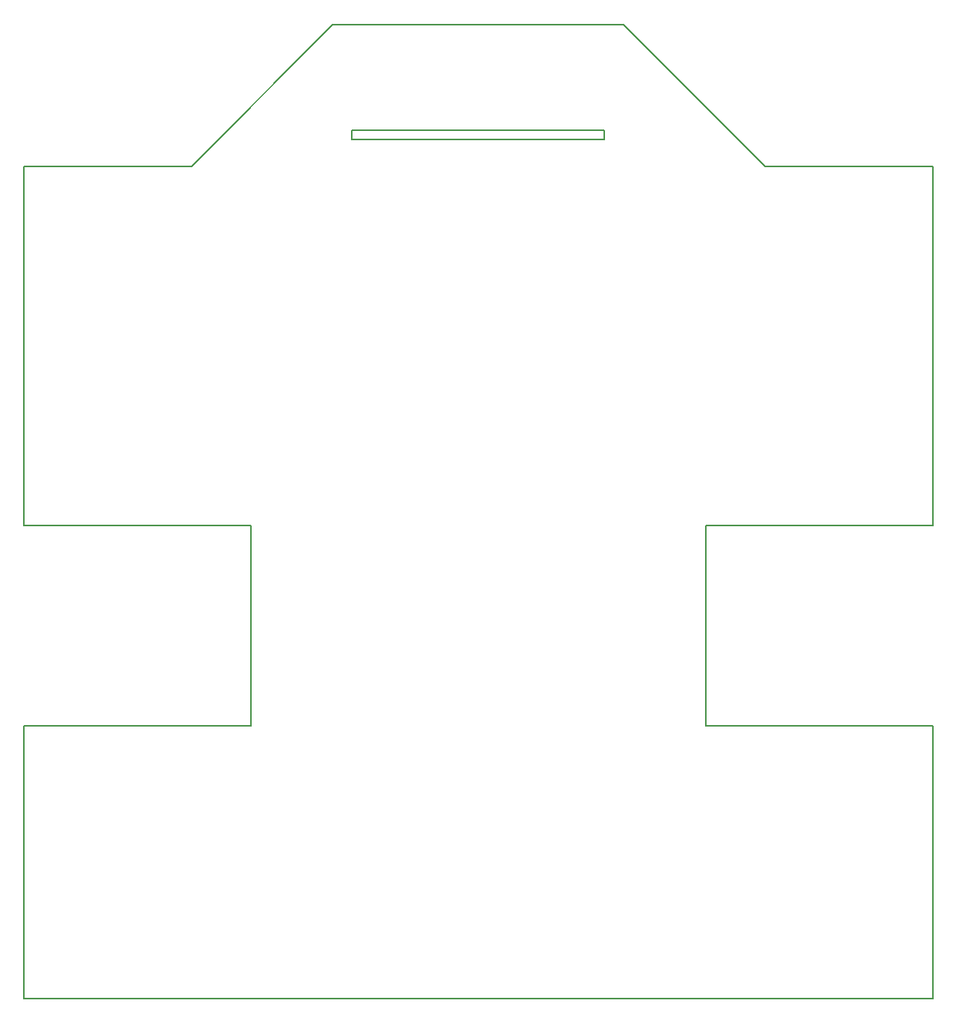
<source format=gbr>
%TF.GenerationSoftware,KiCad,Pcbnew,9.0.4*%
%TF.CreationDate,2025-09-09T23:45:02+02:00*%
%TF.ProjectId,hexapod,68657861-706f-4642-9e6b-696361645f70,rev?*%
%TF.SameCoordinates,Original*%
%TF.FileFunction,Profile,NP*%
%FSLAX46Y46*%
G04 Gerber Fmt 4.6, Leading zero omitted, Abs format (unit mm)*
G04 Created by KiCad (PCBNEW 9.0.4) date 2025-09-09 23:45:02*
%MOMM*%
%LPD*%
G01*
G04 APERTURE LIST*
%TA.AperFunction,Profile*%
%ADD10C,0.200000*%
%TD*%
G04 APERTURE END LIST*
D10*
X124194511Y-45332061D02*
X142638162Y-45332061D01*
X142638162Y-45332061D02*
X158194511Y-29775712D01*
X199194511Y-106775712D02*
X224194511Y-106775712D01*
X160294511Y-42359292D02*
X160294511Y-41359292D01*
X160294511Y-41359292D02*
X188094511Y-41359292D01*
X205750860Y-45332061D02*
X224194511Y-45332061D01*
X149194511Y-84775712D02*
X124194511Y-84775712D01*
X224194511Y-106775712D02*
X224194511Y-136775712D01*
X158194511Y-29775712D02*
X190194511Y-29775712D01*
X124194511Y-84775712D02*
X124194511Y-45332061D01*
X124194511Y-106775712D02*
X149194511Y-106775712D01*
X199194511Y-84775712D02*
X199194511Y-106775712D01*
X188094511Y-41359292D02*
X188094511Y-42359292D01*
X224194511Y-45332061D02*
X224194511Y-84775712D01*
X224194511Y-136775712D02*
X124194511Y-136775712D01*
X124194511Y-136775712D02*
X124194511Y-106775712D01*
X188094511Y-42359292D02*
X160294511Y-42359292D01*
X224194511Y-84775712D02*
X199194511Y-84775712D01*
X149194511Y-106775712D02*
X149194511Y-84775712D01*
X190194511Y-29775712D02*
X205750860Y-45332061D01*
M02*

</source>
